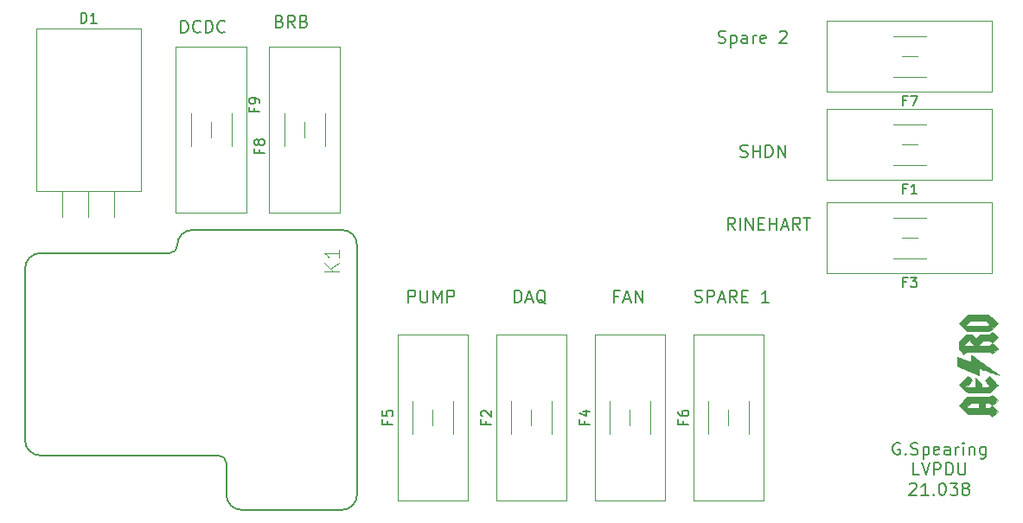
<source format=gbr>
%TF.GenerationSoftware,KiCad,Pcbnew,5.1.7-a382d34a8~88~ubuntu18.04.1*%
%TF.CreationDate,2021-02-25T09:22:48-05:00*%
%TF.ProjectId,LVPDU,4c565044-552e-46b6-9963-61645f706362,rev?*%
%TF.SameCoordinates,Original*%
%TF.FileFunction,Legend,Top*%
%TF.FilePolarity,Positive*%
%FSLAX46Y46*%
G04 Gerber Fmt 4.6, Leading zero omitted, Abs format (unit mm)*
G04 Created by KiCad (PCBNEW 5.1.7-a382d34a8~88~ubuntu18.04.1) date 2021-02-25 09:22:48*
%MOMM*%
%LPD*%
G01*
G04 APERTURE LIST*
%ADD10C,0.180000*%
%ADD11C,0.010000*%
%ADD12C,0.120000*%
%ADD13C,0.127000*%
%ADD14C,0.150000*%
%ADD15C,0.015000*%
G04 APERTURE END LIST*
D10*
X159429714Y-41690857D02*
X159429714Y-40490857D01*
X159715428Y-40490857D01*
X159886857Y-40548000D01*
X160001142Y-40662285D01*
X160058285Y-40776571D01*
X160115428Y-41005142D01*
X160115428Y-41176571D01*
X160058285Y-41405142D01*
X160001142Y-41519428D01*
X159886857Y-41633714D01*
X159715428Y-41690857D01*
X159429714Y-41690857D01*
X161315428Y-41576571D02*
X161258285Y-41633714D01*
X161086857Y-41690857D01*
X160972571Y-41690857D01*
X160801142Y-41633714D01*
X160686857Y-41519428D01*
X160629714Y-41405142D01*
X160572571Y-41176571D01*
X160572571Y-41005142D01*
X160629714Y-40776571D01*
X160686857Y-40662285D01*
X160801142Y-40548000D01*
X160972571Y-40490857D01*
X161086857Y-40490857D01*
X161258285Y-40548000D01*
X161315428Y-40605142D01*
X161829714Y-41690857D02*
X161829714Y-40490857D01*
X162115428Y-40490857D01*
X162286857Y-40548000D01*
X162401142Y-40662285D01*
X162458285Y-40776571D01*
X162515428Y-41005142D01*
X162515428Y-41176571D01*
X162458285Y-41405142D01*
X162401142Y-41519428D01*
X162286857Y-41633714D01*
X162115428Y-41690857D01*
X161829714Y-41690857D01*
X163715428Y-41576571D02*
X163658285Y-41633714D01*
X163486857Y-41690857D01*
X163372571Y-41690857D01*
X163201142Y-41633714D01*
X163086857Y-41519428D01*
X163029714Y-41405142D01*
X162972571Y-41176571D01*
X162972571Y-41005142D01*
X163029714Y-40776571D01*
X163086857Y-40662285D01*
X163201142Y-40548000D01*
X163372571Y-40490857D01*
X163486857Y-40490857D01*
X163658285Y-40548000D01*
X163715428Y-40605142D01*
X169065714Y-40554285D02*
X169237142Y-40611428D01*
X169294285Y-40668571D01*
X169351428Y-40782857D01*
X169351428Y-40954285D01*
X169294285Y-41068571D01*
X169237142Y-41125714D01*
X169122857Y-41182857D01*
X168665714Y-41182857D01*
X168665714Y-39982857D01*
X169065714Y-39982857D01*
X169180000Y-40040000D01*
X169237142Y-40097142D01*
X169294285Y-40211428D01*
X169294285Y-40325714D01*
X169237142Y-40440000D01*
X169180000Y-40497142D01*
X169065714Y-40554285D01*
X168665714Y-40554285D01*
X170551428Y-41182857D02*
X170151428Y-40611428D01*
X169865714Y-41182857D02*
X169865714Y-39982857D01*
X170322857Y-39982857D01*
X170437142Y-40040000D01*
X170494285Y-40097142D01*
X170551428Y-40211428D01*
X170551428Y-40382857D01*
X170494285Y-40497142D01*
X170437142Y-40554285D01*
X170322857Y-40611428D01*
X169865714Y-40611428D01*
X171465714Y-40554285D02*
X171637142Y-40611428D01*
X171694285Y-40668571D01*
X171751428Y-40782857D01*
X171751428Y-40954285D01*
X171694285Y-41068571D01*
X171637142Y-41125714D01*
X171522857Y-41182857D01*
X171065714Y-41182857D01*
X171065714Y-39982857D01*
X171465714Y-39982857D01*
X171580000Y-40040000D01*
X171637142Y-40097142D01*
X171694285Y-40211428D01*
X171694285Y-40325714D01*
X171637142Y-40440000D01*
X171580000Y-40497142D01*
X171465714Y-40554285D01*
X171065714Y-40554285D01*
X209731428Y-68049714D02*
X209902857Y-68106857D01*
X210188571Y-68106857D01*
X210302857Y-68049714D01*
X210360000Y-67992571D01*
X210417142Y-67878285D01*
X210417142Y-67764000D01*
X210360000Y-67649714D01*
X210302857Y-67592571D01*
X210188571Y-67535428D01*
X209960000Y-67478285D01*
X209845714Y-67421142D01*
X209788571Y-67364000D01*
X209731428Y-67249714D01*
X209731428Y-67135428D01*
X209788571Y-67021142D01*
X209845714Y-66964000D01*
X209960000Y-66906857D01*
X210245714Y-66906857D01*
X210417142Y-66964000D01*
X210931428Y-68106857D02*
X210931428Y-66906857D01*
X211388571Y-66906857D01*
X211502857Y-66964000D01*
X211560000Y-67021142D01*
X211617142Y-67135428D01*
X211617142Y-67306857D01*
X211560000Y-67421142D01*
X211502857Y-67478285D01*
X211388571Y-67535428D01*
X210931428Y-67535428D01*
X212074285Y-67764000D02*
X212645714Y-67764000D01*
X211960000Y-68106857D02*
X212360000Y-66906857D01*
X212760000Y-68106857D01*
X213845714Y-68106857D02*
X213445714Y-67535428D01*
X213160000Y-68106857D02*
X213160000Y-66906857D01*
X213617142Y-66906857D01*
X213731428Y-66964000D01*
X213788571Y-67021142D01*
X213845714Y-67135428D01*
X213845714Y-67306857D01*
X213788571Y-67421142D01*
X213731428Y-67478285D01*
X213617142Y-67535428D01*
X213160000Y-67535428D01*
X214360000Y-67478285D02*
X214760000Y-67478285D01*
X214931428Y-68106857D02*
X214360000Y-68106857D01*
X214360000Y-66906857D01*
X214931428Y-66906857D01*
X216988571Y-68106857D02*
X216302857Y-68106857D01*
X216645714Y-68106857D02*
X216645714Y-66906857D01*
X216531428Y-67078285D01*
X216417142Y-67192571D01*
X216302857Y-67249714D01*
X202228571Y-67478285D02*
X201828571Y-67478285D01*
X201828571Y-68106857D02*
X201828571Y-66906857D01*
X202400000Y-66906857D01*
X202800000Y-67764000D02*
X203371428Y-67764000D01*
X202685714Y-68106857D02*
X203085714Y-66906857D01*
X203485714Y-68106857D01*
X203885714Y-68106857D02*
X203885714Y-66906857D01*
X204571428Y-68106857D01*
X204571428Y-66906857D01*
X192090857Y-68106857D02*
X192090857Y-66906857D01*
X192376571Y-66906857D01*
X192548000Y-66964000D01*
X192662285Y-67078285D01*
X192719428Y-67192571D01*
X192776571Y-67421142D01*
X192776571Y-67592571D01*
X192719428Y-67821142D01*
X192662285Y-67935428D01*
X192548000Y-68049714D01*
X192376571Y-68106857D01*
X192090857Y-68106857D01*
X193233714Y-67764000D02*
X193805142Y-67764000D01*
X193119428Y-68106857D02*
X193519428Y-66906857D01*
X193919428Y-68106857D01*
X195119428Y-68221142D02*
X195005142Y-68164000D01*
X194890857Y-68049714D01*
X194719428Y-67878285D01*
X194605142Y-67821142D01*
X194490857Y-67821142D01*
X194548000Y-68106857D02*
X194433714Y-68049714D01*
X194319428Y-67935428D01*
X194262285Y-67706857D01*
X194262285Y-67306857D01*
X194319428Y-67078285D01*
X194433714Y-66964000D01*
X194548000Y-66906857D01*
X194776571Y-66906857D01*
X194890857Y-66964000D01*
X195005142Y-67078285D01*
X195062285Y-67306857D01*
X195062285Y-67706857D01*
X195005142Y-67935428D01*
X194890857Y-68049714D01*
X194776571Y-68106857D01*
X194548000Y-68106857D01*
X181667428Y-68106857D02*
X181667428Y-66906857D01*
X182124571Y-66906857D01*
X182238857Y-66964000D01*
X182296000Y-67021142D01*
X182353142Y-67135428D01*
X182353142Y-67306857D01*
X182296000Y-67421142D01*
X182238857Y-67478285D01*
X182124571Y-67535428D01*
X181667428Y-67535428D01*
X182867428Y-66906857D02*
X182867428Y-67878285D01*
X182924571Y-67992571D01*
X182981714Y-68049714D01*
X183096000Y-68106857D01*
X183324571Y-68106857D01*
X183438857Y-68049714D01*
X183496000Y-67992571D01*
X183553142Y-67878285D01*
X183553142Y-66906857D01*
X184124571Y-68106857D02*
X184124571Y-66906857D01*
X184524571Y-67764000D01*
X184924571Y-66906857D01*
X184924571Y-68106857D01*
X185496000Y-68106857D02*
X185496000Y-66906857D01*
X185953142Y-66906857D01*
X186067428Y-66964000D01*
X186124571Y-67021142D01*
X186181714Y-67135428D01*
X186181714Y-67306857D01*
X186124571Y-67421142D01*
X186067428Y-67478285D01*
X185953142Y-67535428D01*
X185496000Y-67535428D01*
X213630285Y-60994857D02*
X213230285Y-60423428D01*
X212944571Y-60994857D02*
X212944571Y-59794857D01*
X213401714Y-59794857D01*
X213516000Y-59852000D01*
X213573142Y-59909142D01*
X213630285Y-60023428D01*
X213630285Y-60194857D01*
X213573142Y-60309142D01*
X213516000Y-60366285D01*
X213401714Y-60423428D01*
X212944571Y-60423428D01*
X214144571Y-60994857D02*
X214144571Y-59794857D01*
X214716000Y-60994857D02*
X214716000Y-59794857D01*
X215401714Y-60994857D01*
X215401714Y-59794857D01*
X215973142Y-60366285D02*
X216373142Y-60366285D01*
X216544571Y-60994857D02*
X215973142Y-60994857D01*
X215973142Y-59794857D01*
X216544571Y-59794857D01*
X217058857Y-60994857D02*
X217058857Y-59794857D01*
X217058857Y-60366285D02*
X217744571Y-60366285D01*
X217744571Y-60994857D02*
X217744571Y-59794857D01*
X218258857Y-60652000D02*
X218830285Y-60652000D01*
X218144571Y-60994857D02*
X218544571Y-59794857D01*
X218944571Y-60994857D01*
X220030285Y-60994857D02*
X219630285Y-60423428D01*
X219344571Y-60994857D02*
X219344571Y-59794857D01*
X219801714Y-59794857D01*
X219916000Y-59852000D01*
X219973142Y-59909142D01*
X220030285Y-60023428D01*
X220030285Y-60194857D01*
X219973142Y-60309142D01*
X219916000Y-60366285D01*
X219801714Y-60423428D01*
X219344571Y-60423428D01*
X220373142Y-59794857D02*
X221058857Y-59794857D01*
X220716000Y-60994857D02*
X220716000Y-59794857D01*
X214208000Y-53825714D02*
X214379428Y-53882857D01*
X214665142Y-53882857D01*
X214779428Y-53825714D01*
X214836571Y-53768571D01*
X214893714Y-53654285D01*
X214893714Y-53540000D01*
X214836571Y-53425714D01*
X214779428Y-53368571D01*
X214665142Y-53311428D01*
X214436571Y-53254285D01*
X214322285Y-53197142D01*
X214265142Y-53140000D01*
X214208000Y-53025714D01*
X214208000Y-52911428D01*
X214265142Y-52797142D01*
X214322285Y-52740000D01*
X214436571Y-52682857D01*
X214722285Y-52682857D01*
X214893714Y-52740000D01*
X215408000Y-53882857D02*
X215408000Y-52682857D01*
X215408000Y-53254285D02*
X216093714Y-53254285D01*
X216093714Y-53882857D02*
X216093714Y-52682857D01*
X216665142Y-53882857D02*
X216665142Y-52682857D01*
X216950857Y-52682857D01*
X217122285Y-52740000D01*
X217236571Y-52854285D01*
X217293714Y-52968571D01*
X217350857Y-53197142D01*
X217350857Y-53368571D01*
X217293714Y-53597142D01*
X217236571Y-53711428D01*
X217122285Y-53825714D01*
X216950857Y-53882857D01*
X216665142Y-53882857D01*
X217865142Y-53882857D02*
X217865142Y-52682857D01*
X218550857Y-53882857D01*
X218550857Y-52682857D01*
X212049142Y-42649714D02*
X212220571Y-42706857D01*
X212506285Y-42706857D01*
X212620571Y-42649714D01*
X212677714Y-42592571D01*
X212734857Y-42478285D01*
X212734857Y-42364000D01*
X212677714Y-42249714D01*
X212620571Y-42192571D01*
X212506285Y-42135428D01*
X212277714Y-42078285D01*
X212163428Y-42021142D01*
X212106285Y-41964000D01*
X212049142Y-41849714D01*
X212049142Y-41735428D01*
X212106285Y-41621142D01*
X212163428Y-41564000D01*
X212277714Y-41506857D01*
X212563428Y-41506857D01*
X212734857Y-41564000D01*
X213249142Y-41906857D02*
X213249142Y-43106857D01*
X213249142Y-41964000D02*
X213363428Y-41906857D01*
X213592000Y-41906857D01*
X213706285Y-41964000D01*
X213763428Y-42021142D01*
X213820571Y-42135428D01*
X213820571Y-42478285D01*
X213763428Y-42592571D01*
X213706285Y-42649714D01*
X213592000Y-42706857D01*
X213363428Y-42706857D01*
X213249142Y-42649714D01*
X214849142Y-42706857D02*
X214849142Y-42078285D01*
X214792000Y-41964000D01*
X214677714Y-41906857D01*
X214449142Y-41906857D01*
X214334857Y-41964000D01*
X214849142Y-42649714D02*
X214734857Y-42706857D01*
X214449142Y-42706857D01*
X214334857Y-42649714D01*
X214277714Y-42535428D01*
X214277714Y-42421142D01*
X214334857Y-42306857D01*
X214449142Y-42249714D01*
X214734857Y-42249714D01*
X214849142Y-42192571D01*
X215420571Y-42706857D02*
X215420571Y-41906857D01*
X215420571Y-42135428D02*
X215477714Y-42021142D01*
X215534857Y-41964000D01*
X215649142Y-41906857D01*
X215763428Y-41906857D01*
X216620571Y-42649714D02*
X216506285Y-42706857D01*
X216277714Y-42706857D01*
X216163428Y-42649714D01*
X216106285Y-42535428D01*
X216106285Y-42078285D01*
X216163428Y-41964000D01*
X216277714Y-41906857D01*
X216506285Y-41906857D01*
X216620571Y-41964000D01*
X216677714Y-42078285D01*
X216677714Y-42192571D01*
X216106285Y-42306857D01*
X218049142Y-41621142D02*
X218106285Y-41564000D01*
X218220571Y-41506857D01*
X218506285Y-41506857D01*
X218620571Y-41564000D01*
X218677714Y-41621142D01*
X218734857Y-41735428D01*
X218734857Y-41849714D01*
X218677714Y-42021142D01*
X217992000Y-42706857D01*
X218734857Y-42706857D01*
X229794285Y-81875000D02*
X229680000Y-81817857D01*
X229508571Y-81817857D01*
X229337142Y-81875000D01*
X229222857Y-81989285D01*
X229165714Y-82103571D01*
X229108571Y-82332142D01*
X229108571Y-82503571D01*
X229165714Y-82732142D01*
X229222857Y-82846428D01*
X229337142Y-82960714D01*
X229508571Y-83017857D01*
X229622857Y-83017857D01*
X229794285Y-82960714D01*
X229851428Y-82903571D01*
X229851428Y-82503571D01*
X229622857Y-82503571D01*
X230365714Y-82903571D02*
X230422857Y-82960714D01*
X230365714Y-83017857D01*
X230308571Y-82960714D01*
X230365714Y-82903571D01*
X230365714Y-83017857D01*
X230880000Y-82960714D02*
X231051428Y-83017857D01*
X231337142Y-83017857D01*
X231451428Y-82960714D01*
X231508571Y-82903571D01*
X231565714Y-82789285D01*
X231565714Y-82675000D01*
X231508571Y-82560714D01*
X231451428Y-82503571D01*
X231337142Y-82446428D01*
X231108571Y-82389285D01*
X230994285Y-82332142D01*
X230937142Y-82275000D01*
X230880000Y-82160714D01*
X230880000Y-82046428D01*
X230937142Y-81932142D01*
X230994285Y-81875000D01*
X231108571Y-81817857D01*
X231394285Y-81817857D01*
X231565714Y-81875000D01*
X232080000Y-82217857D02*
X232080000Y-83417857D01*
X232080000Y-82275000D02*
X232194285Y-82217857D01*
X232422857Y-82217857D01*
X232537142Y-82275000D01*
X232594285Y-82332142D01*
X232651428Y-82446428D01*
X232651428Y-82789285D01*
X232594285Y-82903571D01*
X232537142Y-82960714D01*
X232422857Y-83017857D01*
X232194285Y-83017857D01*
X232080000Y-82960714D01*
X233622857Y-82960714D02*
X233508571Y-83017857D01*
X233280000Y-83017857D01*
X233165714Y-82960714D01*
X233108571Y-82846428D01*
X233108571Y-82389285D01*
X233165714Y-82275000D01*
X233280000Y-82217857D01*
X233508571Y-82217857D01*
X233622857Y-82275000D01*
X233680000Y-82389285D01*
X233680000Y-82503571D01*
X233108571Y-82617857D01*
X234708571Y-83017857D02*
X234708571Y-82389285D01*
X234651428Y-82275000D01*
X234537142Y-82217857D01*
X234308571Y-82217857D01*
X234194285Y-82275000D01*
X234708571Y-82960714D02*
X234594285Y-83017857D01*
X234308571Y-83017857D01*
X234194285Y-82960714D01*
X234137142Y-82846428D01*
X234137142Y-82732142D01*
X234194285Y-82617857D01*
X234308571Y-82560714D01*
X234594285Y-82560714D01*
X234708571Y-82503571D01*
X235280000Y-83017857D02*
X235280000Y-82217857D01*
X235280000Y-82446428D02*
X235337142Y-82332142D01*
X235394285Y-82275000D01*
X235508571Y-82217857D01*
X235622857Y-82217857D01*
X236022857Y-83017857D02*
X236022857Y-82217857D01*
X236022857Y-81817857D02*
X235965714Y-81875000D01*
X236022857Y-81932142D01*
X236080000Y-81875000D01*
X236022857Y-81817857D01*
X236022857Y-81932142D01*
X236594285Y-82217857D02*
X236594285Y-83017857D01*
X236594285Y-82332142D02*
X236651428Y-82275000D01*
X236765714Y-82217857D01*
X236937142Y-82217857D01*
X237051428Y-82275000D01*
X237108571Y-82389285D01*
X237108571Y-83017857D01*
X238194285Y-82217857D02*
X238194285Y-83189285D01*
X238137142Y-83303571D01*
X238080000Y-83360714D01*
X237965714Y-83417857D01*
X237794285Y-83417857D01*
X237680000Y-83360714D01*
X238194285Y-82960714D02*
X238080000Y-83017857D01*
X237851428Y-83017857D01*
X237737142Y-82960714D01*
X237680000Y-82903571D01*
X237622857Y-82789285D01*
X237622857Y-82446428D01*
X237680000Y-82332142D01*
X237737142Y-82275000D01*
X237851428Y-82217857D01*
X238080000Y-82217857D01*
X238194285Y-82275000D01*
X231708571Y-84997857D02*
X231137142Y-84997857D01*
X231137142Y-83797857D01*
X231937142Y-83797857D02*
X232337142Y-84997857D01*
X232737142Y-83797857D01*
X233137142Y-84997857D02*
X233137142Y-83797857D01*
X233594285Y-83797857D01*
X233708571Y-83855000D01*
X233765714Y-83912142D01*
X233822857Y-84026428D01*
X233822857Y-84197857D01*
X233765714Y-84312142D01*
X233708571Y-84369285D01*
X233594285Y-84426428D01*
X233137142Y-84426428D01*
X234337142Y-84997857D02*
X234337142Y-83797857D01*
X234622857Y-83797857D01*
X234794285Y-83855000D01*
X234908571Y-83969285D01*
X234965714Y-84083571D01*
X235022857Y-84312142D01*
X235022857Y-84483571D01*
X234965714Y-84712142D01*
X234908571Y-84826428D01*
X234794285Y-84940714D01*
X234622857Y-84997857D01*
X234337142Y-84997857D01*
X235537142Y-83797857D02*
X235537142Y-84769285D01*
X235594285Y-84883571D01*
X235651428Y-84940714D01*
X235765714Y-84997857D01*
X235994285Y-84997857D01*
X236108571Y-84940714D01*
X236165714Y-84883571D01*
X236222857Y-84769285D01*
X236222857Y-83797857D01*
X230765714Y-85892142D02*
X230822857Y-85835000D01*
X230937142Y-85777857D01*
X231222857Y-85777857D01*
X231337142Y-85835000D01*
X231394285Y-85892142D01*
X231451428Y-86006428D01*
X231451428Y-86120714D01*
X231394285Y-86292142D01*
X230708571Y-86977857D01*
X231451428Y-86977857D01*
X232594285Y-86977857D02*
X231908571Y-86977857D01*
X232251428Y-86977857D02*
X232251428Y-85777857D01*
X232137142Y-85949285D01*
X232022857Y-86063571D01*
X231908571Y-86120714D01*
X233108571Y-86863571D02*
X233165714Y-86920714D01*
X233108571Y-86977857D01*
X233051428Y-86920714D01*
X233108571Y-86863571D01*
X233108571Y-86977857D01*
X233908571Y-85777857D02*
X234022857Y-85777857D01*
X234137142Y-85835000D01*
X234194285Y-85892142D01*
X234251428Y-86006428D01*
X234308571Y-86235000D01*
X234308571Y-86520714D01*
X234251428Y-86749285D01*
X234194285Y-86863571D01*
X234137142Y-86920714D01*
X234022857Y-86977857D01*
X233908571Y-86977857D01*
X233794285Y-86920714D01*
X233737142Y-86863571D01*
X233680000Y-86749285D01*
X233622857Y-86520714D01*
X233622857Y-86235000D01*
X233680000Y-86006428D01*
X233737142Y-85892142D01*
X233794285Y-85835000D01*
X233908571Y-85777857D01*
X234708571Y-85777857D02*
X235451428Y-85777857D01*
X235051428Y-86235000D01*
X235222857Y-86235000D01*
X235337142Y-86292142D01*
X235394285Y-86349285D01*
X235451428Y-86463571D01*
X235451428Y-86749285D01*
X235394285Y-86863571D01*
X235337142Y-86920714D01*
X235222857Y-86977857D01*
X234880000Y-86977857D01*
X234765714Y-86920714D01*
X234708571Y-86863571D01*
X236137142Y-86292142D02*
X236022857Y-86235000D01*
X235965714Y-86177857D01*
X235908571Y-86063571D01*
X235908571Y-86006428D01*
X235965714Y-85892142D01*
X236022857Y-85835000D01*
X236137142Y-85777857D01*
X236365714Y-85777857D01*
X236480000Y-85835000D01*
X236537142Y-85892142D01*
X236594285Y-86006428D01*
X236594285Y-86063571D01*
X236537142Y-86177857D01*
X236480000Y-86235000D01*
X236365714Y-86292142D01*
X236137142Y-86292142D01*
X236022857Y-86349285D01*
X235965714Y-86406428D01*
X235908571Y-86520714D01*
X235908571Y-86749285D01*
X235965714Y-86863571D01*
X236022857Y-86920714D01*
X236137142Y-86977857D01*
X236365714Y-86977857D01*
X236480000Y-86920714D01*
X236537142Y-86863571D01*
X236594285Y-86749285D01*
X236594285Y-86520714D01*
X236537142Y-86406428D01*
X236480000Y-86349285D01*
X236365714Y-86292142D01*
D11*
%TO.C,G\u002A\u002A\u002A*%
G36*
X235986976Y-69704354D02*
G01*
X236405936Y-69284908D01*
X238504130Y-69284908D01*
X239377556Y-70159242D01*
X238986968Y-70549323D01*
X238596381Y-70939403D01*
X238408240Y-70939403D01*
X238408240Y-70356834D01*
X238485422Y-70282027D01*
X238562604Y-70207219D01*
X238405597Y-70048999D01*
X238248589Y-69890779D01*
X236685181Y-69890779D01*
X236453027Y-70123807D01*
X236220874Y-70356834D01*
X238408240Y-70356834D01*
X238408240Y-70939403D01*
X236382620Y-70939403D01*
X235975318Y-70531602D01*
X235568015Y-70123800D01*
X235986976Y-69704354D01*
G37*
X235986976Y-69704354D02*
X236405936Y-69284908D01*
X238504130Y-69284908D01*
X239377556Y-70159242D01*
X238986968Y-70549323D01*
X238596381Y-70939403D01*
X238408240Y-70939403D01*
X238408240Y-70356834D01*
X238485422Y-70282027D01*
X238562604Y-70207219D01*
X238405597Y-70048999D01*
X238248589Y-69890779D01*
X236685181Y-69890779D01*
X236453027Y-70123807D01*
X236220874Y-70356834D01*
X238408240Y-70356834D01*
X238408240Y-70939403D01*
X236382620Y-70939403D01*
X235975318Y-70531602D01*
X235568015Y-70123800D01*
X235986976Y-69704354D01*
G36*
X236243886Y-71242339D02*
G01*
X236848252Y-71242339D01*
X237256998Y-71649191D01*
X237472974Y-71434114D01*
X237688949Y-71219036D01*
X238595415Y-71219036D01*
X238718826Y-71097159D01*
X238842236Y-70975281D01*
X239110008Y-71243053D01*
X239377779Y-71510825D01*
X238853211Y-72033535D01*
X238596881Y-71803623D01*
X238293547Y-71802614D01*
X237990214Y-71801605D01*
X237734679Y-72057935D01*
X237479143Y-72314266D01*
X238621935Y-72314266D01*
X238736951Y-72197495D01*
X238851966Y-72080724D01*
X239114744Y-72342757D01*
X239203933Y-72432591D01*
X239280151Y-72511075D01*
X239337811Y-72572318D01*
X239371323Y-72610424D01*
X239377523Y-72619856D01*
X239361520Y-72640267D01*
X239317324Y-72686859D01*
X239250657Y-72753844D01*
X239167241Y-72835434D01*
X239110528Y-72889949D01*
X238843533Y-73144977D01*
X238721003Y-73020906D01*
X238598473Y-72896834D01*
X237175184Y-72896834D01*
X237175184Y-72360871D01*
X236878188Y-72063875D01*
X236581193Y-71766879D01*
X235987201Y-72360871D01*
X237175184Y-72360871D01*
X237175184Y-72896834D01*
X236314562Y-72896834D01*
X236179749Y-73030241D01*
X236044935Y-73163648D01*
X235812055Y-72931642D01*
X235579174Y-72699635D01*
X235579174Y-71905865D01*
X236243886Y-71242339D01*
G37*
X236243886Y-71242339D02*
X236848252Y-71242339D01*
X237256998Y-71649191D01*
X237472974Y-71434114D01*
X237688949Y-71219036D01*
X238595415Y-71219036D01*
X238718826Y-71097159D01*
X238842236Y-70975281D01*
X239110008Y-71243053D01*
X239377779Y-71510825D01*
X238853211Y-72033535D01*
X238596881Y-71803623D01*
X238293547Y-71802614D01*
X237990214Y-71801605D01*
X237734679Y-72057935D01*
X237479143Y-72314266D01*
X238621935Y-72314266D01*
X238736951Y-72197495D01*
X238851966Y-72080724D01*
X239114744Y-72342757D01*
X239203933Y-72432591D01*
X239280151Y-72511075D01*
X239337811Y-72572318D01*
X239371323Y-72610424D01*
X239377523Y-72619856D01*
X239361520Y-72640267D01*
X239317324Y-72686859D01*
X239250657Y-72753844D01*
X239167241Y-72835434D01*
X239110528Y-72889949D01*
X238843533Y-73144977D01*
X238721003Y-73020906D01*
X238598473Y-72896834D01*
X237175184Y-72896834D01*
X237175184Y-72360871D01*
X236878188Y-72063875D01*
X236581193Y-71766879D01*
X235987201Y-72360871D01*
X237175184Y-72360871D01*
X237175184Y-72896834D01*
X236314562Y-72896834D01*
X236179749Y-73030241D01*
X236044935Y-73163648D01*
X235812055Y-72931642D01*
X235579174Y-72699635D01*
X235579174Y-71905865D01*
X236243886Y-71242339D01*
G36*
X236015140Y-75711608D02*
G01*
X236441151Y-75286063D01*
X236662719Y-75506710D01*
X236884287Y-75727356D01*
X236243927Y-76368944D01*
X237212316Y-76368944D01*
X237198716Y-75484008D01*
X237484174Y-75768833D01*
X237769633Y-76053658D01*
X237769633Y-76368944D01*
X238443041Y-76368944D01*
X238506396Y-76285882D01*
X238569750Y-76202820D01*
X238096112Y-75727564D01*
X238516556Y-75307120D01*
X238947039Y-75739776D01*
X239062280Y-75856006D01*
X239165877Y-75961275D01*
X239253512Y-76051130D01*
X239320866Y-76121120D01*
X239363621Y-76166792D01*
X239377523Y-76183568D01*
X239361751Y-76202491D01*
X239317522Y-76249481D01*
X239249462Y-76319781D01*
X239162199Y-76408633D01*
X239060361Y-76511280D01*
X238998596Y-76573108D01*
X238619669Y-76951513D01*
X236408062Y-76951513D01*
X235998596Y-76544333D01*
X235589129Y-76137152D01*
X236015140Y-75711608D01*
G37*
X236015140Y-75711608D02*
X236441151Y-75286063D01*
X236662719Y-75506710D01*
X236884287Y-75727356D01*
X236243927Y-76368944D01*
X237212316Y-76368944D01*
X237198716Y-75484008D01*
X237484174Y-75768833D01*
X237769633Y-76053658D01*
X237769633Y-76368944D01*
X238443041Y-76368944D01*
X238506396Y-76285882D01*
X238569750Y-76202820D01*
X238096112Y-75727564D01*
X238516556Y-75307120D01*
X238947039Y-75739776D01*
X239062280Y-75856006D01*
X239165877Y-75961275D01*
X239253512Y-76051130D01*
X239320866Y-76121120D01*
X239363621Y-76166792D01*
X239377523Y-76183568D01*
X239361751Y-76202491D01*
X239317522Y-76249481D01*
X239249462Y-76319781D01*
X239162199Y-76408633D01*
X239060361Y-76511280D01*
X238998596Y-76573108D01*
X238619669Y-76951513D01*
X236408062Y-76951513D01*
X235998596Y-76544333D01*
X235589129Y-76137152D01*
X236015140Y-75711608D01*
G36*
X235981377Y-77772698D02*
G01*
X236383605Y-77370963D01*
X238595415Y-77370963D01*
X238718826Y-77249085D01*
X238842236Y-77127208D01*
X239110008Y-77394980D01*
X239377779Y-77662752D01*
X238841979Y-78197032D01*
X238595415Y-77953532D01*
X238119174Y-77953532D01*
X238119174Y-78466192D01*
X238595415Y-78466192D01*
X238718826Y-78344315D01*
X238842236Y-78222437D01*
X239110008Y-78490209D01*
X239377779Y-78757981D01*
X238841979Y-79292261D01*
X238595415Y-79048761D01*
X237513303Y-79048761D01*
X237513303Y-78466192D01*
X237513303Y-77953532D01*
X236754668Y-77953532D01*
X236487334Y-78208681D01*
X236220000Y-78463831D01*
X236866651Y-78465011D01*
X237513303Y-78466192D01*
X237513303Y-79048761D01*
X236452567Y-79048761D01*
X236015858Y-78611597D01*
X235579149Y-78174434D01*
X235981377Y-77772698D01*
G37*
X235981377Y-77772698D02*
X236383605Y-77370963D01*
X238595415Y-77370963D01*
X238718826Y-77249085D01*
X238842236Y-77127208D01*
X239110008Y-77394980D01*
X239377779Y-77662752D01*
X238841979Y-78197032D01*
X238595415Y-77953532D01*
X238119174Y-77953532D01*
X238119174Y-78466192D01*
X238595415Y-78466192D01*
X238718826Y-78344315D01*
X238842236Y-78222437D01*
X239110008Y-78490209D01*
X239377779Y-78757981D01*
X238841979Y-79292261D01*
X238595415Y-79048761D01*
X237513303Y-79048761D01*
X237513303Y-78466192D01*
X237513303Y-77953532D01*
X236754668Y-77953532D01*
X236487334Y-78208681D01*
X236220000Y-78463831D01*
X236866651Y-78465011D01*
X237513303Y-78466192D01*
X237513303Y-79048761D01*
X236452567Y-79048761D01*
X236015858Y-78611597D01*
X235579149Y-78174434D01*
X235981377Y-77772698D01*
G36*
X236115138Y-73700779D02*
G01*
X236767615Y-73940032D01*
X236767615Y-73577941D01*
X236767894Y-73441356D01*
X236769236Y-73345317D01*
X236772399Y-73283767D01*
X236778143Y-73250648D01*
X236787225Y-73239902D01*
X236800403Y-73245471D01*
X236808394Y-73252150D01*
X236832919Y-73270801D01*
X236891574Y-73313904D01*
X236980611Y-73378760D01*
X237096280Y-73462670D01*
X237234830Y-73562939D01*
X237392511Y-73676866D01*
X237565575Y-73801754D01*
X237750270Y-73934906D01*
X237942846Y-74073622D01*
X238139555Y-74215206D01*
X238336645Y-74356959D01*
X238530368Y-74496183D01*
X238716972Y-74630180D01*
X238892708Y-74756252D01*
X239053827Y-74871701D01*
X239196578Y-74973830D01*
X239317211Y-75059939D01*
X239411976Y-75127331D01*
X239477123Y-75173309D01*
X239508903Y-75195173D01*
X239509655Y-75195652D01*
X239497273Y-75193812D01*
X239445011Y-75177983D01*
X239356990Y-75149541D01*
X239237330Y-75109862D01*
X239090151Y-75060324D01*
X238919575Y-75002302D01*
X238729720Y-74937173D01*
X238550454Y-74875239D01*
X238344915Y-74804049D01*
X238153314Y-74737772D01*
X237980054Y-74677925D01*
X237829540Y-74626024D01*
X237706175Y-74583589D01*
X237614363Y-74552135D01*
X237558509Y-74533180D01*
X237542610Y-74528027D01*
X237540511Y-74549981D01*
X237538732Y-74610447D01*
X237537414Y-74701333D01*
X237536696Y-74814545D01*
X237536605Y-74874325D01*
X237536605Y-75220622D01*
X236948211Y-74960354D01*
X236762004Y-74878068D01*
X236560723Y-74789257D01*
X236357005Y-74699488D01*
X236163484Y-74614327D01*
X235992798Y-74539339D01*
X235911238Y-74503576D01*
X235462661Y-74307066D01*
X235462661Y-73461527D01*
X236115138Y-73700779D01*
G37*
X236115138Y-73700779D02*
X236767615Y-73940032D01*
X236767615Y-73577941D01*
X236767894Y-73441356D01*
X236769236Y-73345317D01*
X236772399Y-73283767D01*
X236778143Y-73250648D01*
X236787225Y-73239902D01*
X236800403Y-73245471D01*
X236808394Y-73252150D01*
X236832919Y-73270801D01*
X236891574Y-73313904D01*
X236980611Y-73378760D01*
X237096280Y-73462670D01*
X237234830Y-73562939D01*
X237392511Y-73676866D01*
X237565575Y-73801754D01*
X237750270Y-73934906D01*
X237942846Y-74073622D01*
X238139555Y-74215206D01*
X238336645Y-74356959D01*
X238530368Y-74496183D01*
X238716972Y-74630180D01*
X238892708Y-74756252D01*
X239053827Y-74871701D01*
X239196578Y-74973830D01*
X239317211Y-75059939D01*
X239411976Y-75127331D01*
X239477123Y-75173309D01*
X239508903Y-75195173D01*
X239509655Y-75195652D01*
X239497273Y-75193812D01*
X239445011Y-75177983D01*
X239356990Y-75149541D01*
X239237330Y-75109862D01*
X239090151Y-75060324D01*
X238919575Y-75002302D01*
X238729720Y-74937173D01*
X238550454Y-74875239D01*
X238344915Y-74804049D01*
X238153314Y-74737772D01*
X237980054Y-74677925D01*
X237829540Y-74626024D01*
X237706175Y-74583589D01*
X237614363Y-74552135D01*
X237558509Y-74533180D01*
X237542610Y-74528027D01*
X237540511Y-74549981D01*
X237538732Y-74610447D01*
X237537414Y-74701333D01*
X237536696Y-74814545D01*
X237536605Y-74874325D01*
X237536605Y-75220622D01*
X236948211Y-74960354D01*
X236762004Y-74878068D01*
X236560723Y-74789257D01*
X236357005Y-74699488D01*
X236163484Y-74614327D01*
X235992798Y-74539339D01*
X235911238Y-74503576D01*
X235462661Y-74307066D01*
X235462661Y-73461527D01*
X236115138Y-73700779D01*
D12*
%TO.C,D1*%
X145248000Y-57166000D02*
X155488000Y-57166000D01*
X145248000Y-41276000D02*
X155488000Y-41276000D01*
X145248000Y-41276000D02*
X145248000Y-57166000D01*
X155488000Y-41276000D02*
X155488000Y-57166000D01*
X147828000Y-57166000D02*
X147828000Y-59706000D01*
X150368000Y-57166000D02*
X150368000Y-59706000D01*
X152908000Y-57166000D02*
X152908000Y-59706000D01*
%TO.C,F9*%
X165854000Y-43088000D02*
X158914000Y-43088000D01*
X158914000Y-43088000D02*
X158914000Y-59288000D01*
X158914000Y-59288000D02*
X165854000Y-59288000D01*
X165854000Y-59288000D02*
X165854000Y-43088000D01*
X162384000Y-50438000D02*
X162384000Y-51938000D01*
X160384000Y-52788000D02*
X160384000Y-49588000D01*
X164384000Y-49588000D02*
X164384000Y-52788000D01*
%TO.C,F8*%
X174998000Y-43088000D02*
X168058000Y-43088000D01*
X168058000Y-43088000D02*
X168058000Y-59288000D01*
X168058000Y-59288000D02*
X174998000Y-59288000D01*
X174998000Y-59288000D02*
X174998000Y-43088000D01*
X171528000Y-50438000D02*
X171528000Y-51938000D01*
X169528000Y-52788000D02*
X169528000Y-49588000D01*
X173528000Y-49588000D02*
X173528000Y-52788000D01*
%TO.C,F7*%
X238852000Y-47490000D02*
X238852000Y-40550000D01*
X238852000Y-40550000D02*
X222652000Y-40550000D01*
X222652000Y-40550000D02*
X222652000Y-47490000D01*
X222652000Y-47490000D02*
X238852000Y-47490000D01*
X231502000Y-44020000D02*
X230002000Y-44020000D01*
X229152000Y-42020000D02*
X232352000Y-42020000D01*
X232352000Y-46020000D02*
X229152000Y-46020000D01*
D13*
%TO.C,K1*%
X176657100Y-62484800D02*
X176657100Y-86914600D01*
X160557220Y-60985000D02*
X175157000Y-60985000D01*
X145647200Y-63270700D02*
X158295100Y-63270700D01*
X163857100Y-86914600D02*
X163857100Y-83844700D01*
X159057100Y-62508700D02*
X159057100Y-62484800D01*
X163095100Y-83082700D02*
X145647200Y-83082700D01*
X175157000Y-88415000D02*
X165357220Y-88415000D01*
X144147100Y-81582580D02*
X144147100Y-64770820D01*
X145647201Y-83082700D02*
G75*
G02*
X144147100Y-81582580I12J1500113D01*
G01*
X165357221Y-88415000D02*
G75*
G02*
X163857094Y-86914600I139J1500266D01*
G01*
X176657100Y-86914599D02*
G75*
G02*
X175157000Y-88414700I-1500103J2D01*
G01*
X175156999Y-60985000D02*
G75*
G02*
X176657100Y-62484800I148J-1499953D01*
G01*
X159057100Y-62484801D02*
G75*
G02*
X160557220Y-60984700I1500113J-12D01*
G01*
X144147100Y-64770821D02*
G75*
G02*
X145647200Y-63270700I1500113J8D01*
G01*
X163095100Y-83082700D02*
G75*
G02*
X163857100Y-83844700I0J-762000D01*
G01*
X159057100Y-62508700D02*
G75*
G02*
X158295100Y-63270700I-762000J0D01*
G01*
D12*
%TO.C,F6*%
X211028000Y-80968000D02*
X211028000Y-77768000D01*
X215028000Y-77768000D02*
X215028000Y-80968000D01*
X213028000Y-80118000D02*
X213028000Y-78618000D01*
X209558000Y-71268000D02*
X209558000Y-87468000D01*
X216498000Y-71268000D02*
X209558000Y-71268000D01*
X216498000Y-87468000D02*
X216498000Y-71268000D01*
X209558000Y-87468000D02*
X216498000Y-87468000D01*
%TO.C,F5*%
X182072000Y-80968000D02*
X182072000Y-77768000D01*
X186072000Y-77768000D02*
X186072000Y-80968000D01*
X184072000Y-80118000D02*
X184072000Y-78618000D01*
X180602000Y-71268000D02*
X180602000Y-87468000D01*
X187542000Y-71268000D02*
X180602000Y-71268000D01*
X187542000Y-87468000D02*
X187542000Y-71268000D01*
X180602000Y-87468000D02*
X187542000Y-87468000D01*
%TO.C,F4*%
X201376000Y-80968000D02*
X201376000Y-77768000D01*
X205376000Y-77768000D02*
X205376000Y-80968000D01*
X203376000Y-80118000D02*
X203376000Y-78618000D01*
X199906000Y-71268000D02*
X199906000Y-87468000D01*
X206846000Y-71268000D02*
X199906000Y-71268000D01*
X206846000Y-87468000D02*
X206846000Y-71268000D01*
X199906000Y-87468000D02*
X206846000Y-87468000D01*
%TO.C,F3*%
X232352000Y-63800000D02*
X229152000Y-63800000D01*
X229152000Y-59800000D02*
X232352000Y-59800000D01*
X231502000Y-61800000D02*
X230002000Y-61800000D01*
X222652000Y-65270000D02*
X238852000Y-65270000D01*
X222652000Y-58330000D02*
X222652000Y-65270000D01*
X238852000Y-58330000D02*
X222652000Y-58330000D01*
X238852000Y-65270000D02*
X238852000Y-58330000D01*
%TO.C,F2*%
X191724000Y-80968000D02*
X191724000Y-77768000D01*
X195724000Y-77768000D02*
X195724000Y-80968000D01*
X193724000Y-80118000D02*
X193724000Y-78618000D01*
X190254000Y-71268000D02*
X190254000Y-87468000D01*
X197194000Y-71268000D02*
X190254000Y-71268000D01*
X197194000Y-87468000D02*
X197194000Y-71268000D01*
X190254000Y-87468000D02*
X197194000Y-87468000D01*
%TO.C,F1*%
X232352000Y-54656000D02*
X229152000Y-54656000D01*
X229152000Y-50656000D02*
X232352000Y-50656000D01*
X231502000Y-52656000D02*
X230002000Y-52656000D01*
X222652000Y-56126000D02*
X238852000Y-56126000D01*
X222652000Y-49186000D02*
X222652000Y-56126000D01*
X238852000Y-49186000D02*
X222652000Y-49186000D01*
X238852000Y-56126000D02*
X238852000Y-49186000D01*
%TO.C,D1*%
D14*
X149629904Y-40728380D02*
X149629904Y-39728380D01*
X149868000Y-39728380D01*
X150010857Y-39776000D01*
X150106095Y-39871238D01*
X150153714Y-39966476D01*
X150201333Y-40156952D01*
X150201333Y-40299809D01*
X150153714Y-40490285D01*
X150106095Y-40585523D01*
X150010857Y-40680761D01*
X149868000Y-40728380D01*
X149629904Y-40728380D01*
X151153714Y-40728380D02*
X150582285Y-40728380D01*
X150868000Y-40728380D02*
X150868000Y-39728380D01*
X150772761Y-39871238D01*
X150677523Y-39966476D01*
X150582285Y-40014095D01*
%TO.C,F9*%
X166552571Y-49101333D02*
X166552571Y-49434666D01*
X167076380Y-49434666D02*
X166076380Y-49434666D01*
X166076380Y-48958476D01*
X167076380Y-48529904D02*
X167076380Y-48339428D01*
X167028761Y-48244190D01*
X166981142Y-48196571D01*
X166838285Y-48101333D01*
X166647809Y-48053714D01*
X166266857Y-48053714D01*
X166171619Y-48101333D01*
X166124000Y-48148952D01*
X166076380Y-48244190D01*
X166076380Y-48434666D01*
X166124000Y-48529904D01*
X166171619Y-48577523D01*
X166266857Y-48625142D01*
X166504952Y-48625142D01*
X166600190Y-48577523D01*
X166647809Y-48529904D01*
X166695428Y-48434666D01*
X166695428Y-48244190D01*
X166647809Y-48148952D01*
X166600190Y-48101333D01*
X166504952Y-48053714D01*
%TO.C,F8*%
X167060571Y-53165333D02*
X167060571Y-53498666D01*
X167584380Y-53498666D02*
X166584380Y-53498666D01*
X166584380Y-53022476D01*
X167012952Y-52498666D02*
X166965333Y-52593904D01*
X166917714Y-52641523D01*
X166822476Y-52689142D01*
X166774857Y-52689142D01*
X166679619Y-52641523D01*
X166632000Y-52593904D01*
X166584380Y-52498666D01*
X166584380Y-52308190D01*
X166632000Y-52212952D01*
X166679619Y-52165333D01*
X166774857Y-52117714D01*
X166822476Y-52117714D01*
X166917714Y-52165333D01*
X166965333Y-52212952D01*
X167012952Y-52308190D01*
X167012952Y-52498666D01*
X167060571Y-52593904D01*
X167108190Y-52641523D01*
X167203428Y-52689142D01*
X167393904Y-52689142D01*
X167489142Y-52641523D01*
X167536761Y-52593904D01*
X167584380Y-52498666D01*
X167584380Y-52308190D01*
X167536761Y-52212952D01*
X167489142Y-52165333D01*
X167393904Y-52117714D01*
X167203428Y-52117714D01*
X167108190Y-52165333D01*
X167060571Y-52212952D01*
X167012952Y-52308190D01*
%TO.C,F7*%
X230418666Y-48318571D02*
X230085333Y-48318571D01*
X230085333Y-48842380D02*
X230085333Y-47842380D01*
X230561523Y-47842380D01*
X230847238Y-47842380D02*
X231513904Y-47842380D01*
X231085333Y-48842380D01*
%TO.C,K1*%
D15*
X174877743Y-65042002D02*
X173476837Y-65042002D01*
X174877743Y-64241484D02*
X174077225Y-64841872D01*
X173476837Y-64241484D02*
X174277354Y-65042002D01*
X174877743Y-62907288D02*
X174877743Y-63707805D01*
X174877743Y-63307547D02*
X173476837Y-63307547D01*
X173676966Y-63440966D01*
X173810386Y-63574386D01*
X173877096Y-63707805D01*
%TO.C,F6*%
D14*
X208586571Y-79701333D02*
X208586571Y-80034666D01*
X209110380Y-80034666D02*
X208110380Y-80034666D01*
X208110380Y-79558476D01*
X208110380Y-78748952D02*
X208110380Y-78939428D01*
X208158000Y-79034666D01*
X208205619Y-79082285D01*
X208348476Y-79177523D01*
X208538952Y-79225142D01*
X208919904Y-79225142D01*
X209015142Y-79177523D01*
X209062761Y-79129904D01*
X209110380Y-79034666D01*
X209110380Y-78844190D01*
X209062761Y-78748952D01*
X209015142Y-78701333D01*
X208919904Y-78653714D01*
X208681809Y-78653714D01*
X208586571Y-78701333D01*
X208538952Y-78748952D01*
X208491333Y-78844190D01*
X208491333Y-79034666D01*
X208538952Y-79129904D01*
X208586571Y-79177523D01*
X208681809Y-79225142D01*
%TO.C,F5*%
X179630571Y-79701333D02*
X179630571Y-80034666D01*
X180154380Y-80034666D02*
X179154380Y-80034666D01*
X179154380Y-79558476D01*
X179154380Y-78701333D02*
X179154380Y-79177523D01*
X179630571Y-79225142D01*
X179582952Y-79177523D01*
X179535333Y-79082285D01*
X179535333Y-78844190D01*
X179582952Y-78748952D01*
X179630571Y-78701333D01*
X179725809Y-78653714D01*
X179963904Y-78653714D01*
X180059142Y-78701333D01*
X180106761Y-78748952D01*
X180154380Y-78844190D01*
X180154380Y-79082285D01*
X180106761Y-79177523D01*
X180059142Y-79225142D01*
%TO.C,F4*%
X198934571Y-79701333D02*
X198934571Y-80034666D01*
X199458380Y-80034666D02*
X198458380Y-80034666D01*
X198458380Y-79558476D01*
X198791714Y-78748952D02*
X199458380Y-78748952D01*
X198410761Y-78987047D02*
X199125047Y-79225142D01*
X199125047Y-78606095D01*
%TO.C,F3*%
X230418666Y-66098571D02*
X230085333Y-66098571D01*
X230085333Y-66622380D02*
X230085333Y-65622380D01*
X230561523Y-65622380D01*
X230847238Y-65622380D02*
X231466285Y-65622380D01*
X231132952Y-66003333D01*
X231275809Y-66003333D01*
X231371047Y-66050952D01*
X231418666Y-66098571D01*
X231466285Y-66193809D01*
X231466285Y-66431904D01*
X231418666Y-66527142D01*
X231371047Y-66574761D01*
X231275809Y-66622380D01*
X230990095Y-66622380D01*
X230894857Y-66574761D01*
X230847238Y-66527142D01*
%TO.C,F2*%
X189282571Y-79701333D02*
X189282571Y-80034666D01*
X189806380Y-80034666D02*
X188806380Y-80034666D01*
X188806380Y-79558476D01*
X188901619Y-79225142D02*
X188854000Y-79177523D01*
X188806380Y-79082285D01*
X188806380Y-78844190D01*
X188854000Y-78748952D01*
X188901619Y-78701333D01*
X188996857Y-78653714D01*
X189092095Y-78653714D01*
X189234952Y-78701333D01*
X189806380Y-79272761D01*
X189806380Y-78653714D01*
%TO.C,F1*%
X230418666Y-56954571D02*
X230085333Y-56954571D01*
X230085333Y-57478380D02*
X230085333Y-56478380D01*
X230561523Y-56478380D01*
X231466285Y-57478380D02*
X230894857Y-57478380D01*
X231180571Y-57478380D02*
X231180571Y-56478380D01*
X231085333Y-56621238D01*
X230990095Y-56716476D01*
X230894857Y-56764095D01*
%TD*%
M02*

</source>
